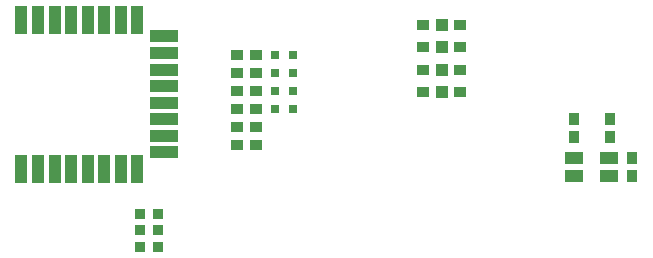
<source format=gtp>
G04 Layer_Color=8421504*
%FSLAX25Y25*%
%MOIN*%
G70*
G01*
G75*
%ADD10R,0.03150X0.03150*%
%ADD11R,0.03937X0.03740*%
%ADD12R,0.03740X0.03543*%
%ADD13R,0.03937X0.03937*%
%ADD14R,0.05905X0.04331*%
%ADD15R,0.03740X0.03937*%
%ADD16R,0.03937X0.09646*%
%ADD17R,0.09646X0.03937*%
D10*
X93150Y72500D02*
D03*
X86850D02*
D03*
X93150Y66500D02*
D03*
X86850D02*
D03*
X93150Y60500D02*
D03*
X86850D02*
D03*
X93150Y54500D02*
D03*
X86850D02*
D03*
D11*
X74350Y72500D02*
D03*
X80650D02*
D03*
X80650Y42500D02*
D03*
X74350D02*
D03*
X80650Y48500D02*
D03*
X74350D02*
D03*
X74350Y54500D02*
D03*
X80650D02*
D03*
X74350Y60500D02*
D03*
X80650D02*
D03*
X74350Y66500D02*
D03*
X80650D02*
D03*
X136201Y82500D02*
D03*
X148799Y82500D02*
D03*
X136201Y75000D02*
D03*
X148799Y75000D02*
D03*
Y67500D02*
D03*
X136201Y67500D02*
D03*
X148799Y60000D02*
D03*
X136201Y60000D02*
D03*
D12*
X41850Y8500D02*
D03*
X48150D02*
D03*
X41850Y14000D02*
D03*
X48150D02*
D03*
X41850Y19500D02*
D03*
X48150D02*
D03*
D13*
X142500Y82500D02*
D03*
Y75000D02*
D03*
Y67500D02*
D03*
Y60000D02*
D03*
D14*
X198406Y37953D02*
D03*
Y32047D02*
D03*
X186594D02*
D03*
Y37953D02*
D03*
D15*
X186500Y51150D02*
D03*
Y44850D02*
D03*
X198500Y44850D02*
D03*
Y51150D02*
D03*
X206000Y31850D02*
D03*
Y38150D02*
D03*
D16*
X2476Y84000D02*
D03*
X7988D02*
D03*
X13500D02*
D03*
X19012D02*
D03*
X24524D02*
D03*
X30035D02*
D03*
X35547Y84000D02*
D03*
X41059D02*
D03*
X41059Y34433D02*
D03*
X35547D02*
D03*
X30035D02*
D03*
X24524D02*
D03*
X19012D02*
D03*
X13500D02*
D03*
X7988D02*
D03*
X2476D02*
D03*
D17*
X50094Y78508D02*
D03*
Y72996D02*
D03*
Y67484D02*
D03*
Y61972D02*
D03*
Y56461D02*
D03*
Y50949D02*
D03*
Y45437D02*
D03*
Y39925D02*
D03*
M02*

</source>
